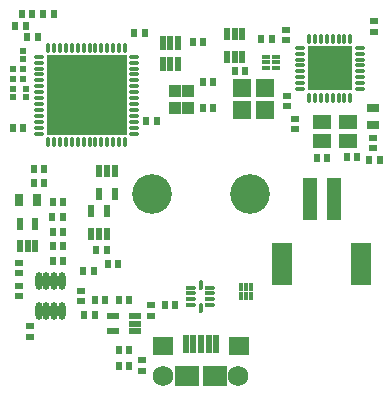
<source format=gts>
%FSLAX24Y24*%
%MOIN*%
G70*
G01*
G75*
G04 Layer_Color=8388736*
%ADD10C,0.0177*%
%ADD11C,0.0100*%
%ADD12R,0.0102X0.0209*%
%ADD13R,0.0102X0.0193*%
%ADD14R,0.0177X0.0177*%
%ADD15R,0.0138X0.0157*%
%ADD16R,0.0236X0.0157*%
%ADD17R,0.0157X0.0236*%
%ADD18R,0.0394X0.1378*%
%ADD19R,0.0591X0.1339*%
%ADD20R,0.0197X0.0354*%
%ADD21R,0.0551X0.0453*%
%ADD22R,0.0335X0.0374*%
%ADD23O,0.0295X0.0079*%
%ADD24O,0.0079X0.0295*%
%ADD25R,0.1417X0.1417*%
%ADD26R,0.0343X0.0343*%
%ADD27R,0.0138X0.0394*%
%ADD28R,0.0157X0.0335*%
%ADD29R,0.2598X0.2598*%
%ADD30O,0.0079X0.0315*%
%ADD31O,0.0315X0.0079*%
%ADD32R,0.0630X0.0551*%
%ADD33R,0.0748X0.0630*%
%ADD34R,0.0157X0.0532*%
%ADD35R,0.0335X0.0157*%
%ADD36O,0.0276X0.0098*%
%ADD37O,0.0098X0.0276*%
%ADD38O,0.0177X0.0532*%
%ADD39R,0.0354X0.0197*%
%ADD40R,0.0217X0.0098*%
%ADD41C,0.0080*%
%ADD42C,0.0200*%
%ADD43C,0.0630*%
%ADD44C,0.1260*%
%ADD45C,0.0260*%
%ADD46C,0.0240*%
%ADD47C,0.0340*%
%ADD48C,0.0300*%
%ADD49C,0.0290*%
%ADD50R,0.0354X0.0276*%
%ADD51O,0.0315X0.0157*%
%ADD52R,0.2362X0.1890*%
%ADD53R,0.0512X0.0217*%
%ADD54R,0.0394X0.0217*%
%ADD55R,0.0197X0.0315*%
%ADD56R,0.1299X0.1299*%
%ADD57O,0.0315X0.0098*%
%ADD58O,0.0098X0.0315*%
%ADD59R,0.0591X0.0236*%
%ADD60R,0.0187X0.0098*%
%ADD61R,0.0098X0.0138*%
%ADD62C,0.0098*%
%ADD63C,0.0039*%
%ADD64C,0.0079*%
%ADD65C,0.0050*%
%ADD66C,0.0040*%
%ADD67R,0.0148X0.0177*%
%ADD68R,0.0162X0.0269*%
%ADD69R,0.0162X0.0253*%
%ADD70R,0.0237X0.0237*%
%ADD71R,0.0198X0.0217*%
%ADD72R,0.0296X0.0217*%
%ADD73R,0.0217X0.0296*%
%ADD74R,0.0454X0.1438*%
%ADD75R,0.0651X0.1399*%
%ADD76R,0.0257X0.0414*%
%ADD77R,0.0611X0.0513*%
%ADD78R,0.0395X0.0434*%
%ADD79O,0.0355X0.0139*%
%ADD80O,0.0139X0.0355*%
%ADD81R,0.1477X0.1477*%
%ADD82R,0.0606X0.0606*%
%ADD83R,0.0198X0.0454*%
%ADD84R,0.0217X0.0395*%
%ADD85R,0.2658X0.2658*%
%ADD86O,0.0139X0.0375*%
%ADD87O,0.0375X0.0139*%
%ADD88R,0.0709X0.0630*%
%ADD89R,0.0827X0.0709*%
%ADD90R,0.0236X0.0610*%
%ADD91R,0.0395X0.0217*%
%ADD92O,0.0336X0.0158*%
%ADD93O,0.0158X0.0336*%
%ADD94O,0.0237X0.0592*%
%ADD95R,0.0414X0.0257*%
%ADD96R,0.0277X0.0158*%
%ADD97C,0.0690*%
%ADD98C,0.1320*%
D68*
X1343Y-3400D02*
D03*
D69*
X1500Y-3408D02*
D03*
X1657D02*
D03*
Y-3112D02*
D03*
X1500D02*
D03*
X1343D02*
D03*
D70*
X-5933Y3833D02*
D03*
X-6267D02*
D03*
X-5933Y4167D02*
D03*
X-6267D02*
D03*
D71*
X-5930Y4758D02*
D03*
Y4482D02*
D03*
X-5840Y3232D02*
D03*
Y3508D02*
D03*
X-6270Y3232D02*
D03*
Y3508D02*
D03*
D72*
X-1960Y-5894D02*
D03*
Y-5540D02*
D03*
X5750Y1513D02*
D03*
Y1867D02*
D03*
X2870Y3277D02*
D03*
Y2923D02*
D03*
X3130Y2507D02*
D03*
Y2153D02*
D03*
X5760Y5393D02*
D03*
Y5747D02*
D03*
X-1660Y-3715D02*
D03*
Y-4070D02*
D03*
X-3990Y-3587D02*
D03*
Y-3233D02*
D03*
X-6060Y-3420D02*
D03*
Y-3066D02*
D03*
Y-2293D02*
D03*
Y-2647D02*
D03*
X-5710Y-4413D02*
D03*
Y-4767D02*
D03*
X2850Y5113D02*
D03*
Y5467D02*
D03*
D73*
X3853Y1200D02*
D03*
X4207D02*
D03*
X5207Y1220D02*
D03*
X4853D02*
D03*
X-1817Y2440D02*
D03*
X-1463D02*
D03*
X-2227Y5350D02*
D03*
X-1873D02*
D03*
X-5267Y6000D02*
D03*
X-4913D02*
D03*
X-5443Y5240D02*
D03*
X-5797D02*
D03*
X-5577Y350D02*
D03*
X-5223D02*
D03*
X-5577Y840D02*
D03*
X-5223D02*
D03*
X-4947Y-270D02*
D03*
X-4593D02*
D03*
X63Y3730D02*
D03*
X417D02*
D03*
Y2850D02*
D03*
X63D02*
D03*
X-3183Y-3540D02*
D03*
X-3537D02*
D03*
X-853Y-3715D02*
D03*
X-1207D02*
D03*
X-2383Y-3540D02*
D03*
X-2737D02*
D03*
X-3537Y-4050D02*
D03*
X-3891D02*
D03*
X-4937Y-2250D02*
D03*
X-4583D02*
D03*
X-3927Y-2570D02*
D03*
X-3573D02*
D03*
X-4583Y-1750D02*
D03*
X-4937D02*
D03*
X-4593Y-1279D02*
D03*
X-4947D02*
D03*
X-4957Y-760D02*
D03*
X-4603D02*
D03*
X-3107Y-2350D02*
D03*
X-2753D02*
D03*
X-3137Y-1860D02*
D03*
X-3491D02*
D03*
X5957Y1120D02*
D03*
X5603D02*
D03*
X-2393Y-5190D02*
D03*
X-2747D02*
D03*
X-2393Y-5750D02*
D03*
X-2747D02*
D03*
X-6277Y2200D02*
D03*
X-5923D02*
D03*
X-5843Y5580D02*
D03*
X-6197D02*
D03*
X-5623Y5980D02*
D03*
X-5977D02*
D03*
X-277Y5050D02*
D03*
X77D02*
D03*
X1477Y4110D02*
D03*
X1123D02*
D03*
X2003Y5170D02*
D03*
X2357D02*
D03*
D74*
X3636Y-160D02*
D03*
X4424D02*
D03*
D75*
X2711Y-2345D02*
D03*
X5349D02*
D03*
D76*
X-6065Y-190D02*
D03*
X-5475D02*
D03*
D77*
X4913Y1765D02*
D03*
X4047D02*
D03*
Y2395D02*
D03*
X4913D02*
D03*
D78*
X-876Y3415D02*
D03*
Y2845D02*
D03*
X-424D02*
D03*
Y3415D02*
D03*
D79*
X5287Y3491D02*
D03*
Y3688D02*
D03*
Y3885D02*
D03*
Y4082D02*
D03*
Y4278D02*
D03*
Y4475D02*
D03*
Y4672D02*
D03*
Y4869D02*
D03*
X3299D02*
D03*
Y4672D02*
D03*
Y4475D02*
D03*
Y4278D02*
D03*
Y3688D02*
D03*
Y3491D02*
D03*
Y4082D02*
D03*
Y3885D02*
D03*
D80*
X4982Y5174D02*
D03*
X4785D02*
D03*
X4588D02*
D03*
X4392D02*
D03*
X4195D02*
D03*
X3998D02*
D03*
X3801D02*
D03*
X3604D02*
D03*
Y3186D02*
D03*
X3801D02*
D03*
X3998D02*
D03*
X4195D02*
D03*
X4392D02*
D03*
X4588D02*
D03*
X4785D02*
D03*
X4982D02*
D03*
D81*
X4293Y4180D02*
D03*
D82*
X1358Y3542D02*
D03*
Y2778D02*
D03*
X2122D02*
D03*
Y3542D02*
D03*
D83*
X-764Y5044D02*
D03*
X-1020D02*
D03*
X-1276D02*
D03*
X-1276Y4336D02*
D03*
X-1020D02*
D03*
X-764D02*
D03*
D84*
X1120Y4576D02*
D03*
X1376Y5324D02*
D03*
X1120D02*
D03*
X864D02*
D03*
Y4576D02*
D03*
X1376D02*
D03*
X-2874Y754D02*
D03*
X-3130D02*
D03*
X-3386D02*
D03*
Y6D02*
D03*
X-2874D02*
D03*
X-6026Y-1750D02*
D03*
X-5770D02*
D03*
X-5514D02*
D03*
Y-1002D02*
D03*
X-6026D02*
D03*
X-3649Y-1324D02*
D03*
X-3393D02*
D03*
X-3137D02*
D03*
Y-576D02*
D03*
X-3649D02*
D03*
D85*
X-3810Y3290D02*
D03*
D86*
X-5090Y4865D02*
D03*
X-4893D02*
D03*
X-4696D02*
D03*
X-4499D02*
D03*
X-4302D02*
D03*
X-4105D02*
D03*
X-3908D02*
D03*
X-3712D02*
D03*
X-3515D02*
D03*
X-3318D02*
D03*
X-3121D02*
D03*
X-2924D02*
D03*
X-2727D02*
D03*
X-2530D02*
D03*
Y1715D02*
D03*
X-2727D02*
D03*
X-2924D02*
D03*
X-3121D02*
D03*
X-3318D02*
D03*
X-3515D02*
D03*
X-3712D02*
D03*
X-3908D02*
D03*
X-4105D02*
D03*
X-4302D02*
D03*
X-4499D02*
D03*
X-4696D02*
D03*
X-4893D02*
D03*
X-5090D02*
D03*
D87*
X-2235Y4570D02*
D03*
Y4373D02*
D03*
Y4176D02*
D03*
Y3979D02*
D03*
Y3388D02*
D03*
Y3192D02*
D03*
Y2995D02*
D03*
Y2798D02*
D03*
Y2601D02*
D03*
Y2404D02*
D03*
Y2207D02*
D03*
Y2010D02*
D03*
X-5385D02*
D03*
Y2207D02*
D03*
Y2404D02*
D03*
Y2601D02*
D03*
Y2798D02*
D03*
Y2995D02*
D03*
Y3192D02*
D03*
Y3388D02*
D03*
Y3585D02*
D03*
Y3782D02*
D03*
Y3979D02*
D03*
Y4176D02*
D03*
Y4373D02*
D03*
Y4570D02*
D03*
X-2235Y3782D02*
D03*
Y3585D02*
D03*
D88*
X-1260Y-5086D02*
D03*
X1260D02*
D03*
D89*
X-472Y-6070D02*
D03*
X472D02*
D03*
D90*
X0Y-5017D02*
D03*
X256D02*
D03*
X512D02*
D03*
X-256D02*
D03*
X-512D02*
D03*
D91*
X-2186Y-4581D02*
D03*
Y-4326D02*
D03*
Y-4070D02*
D03*
X-2934D02*
D03*
Y-4581D02*
D03*
D92*
X315Y-3715D02*
D03*
Y-3518D02*
D03*
Y-3322D02*
D03*
Y-3125D02*
D03*
X-315D02*
D03*
Y-3322D02*
D03*
Y-3518D02*
D03*
Y-3715D02*
D03*
D93*
X0Y-3026D02*
D03*
Y-3814D02*
D03*
D94*
X-4636Y-2918D02*
D03*
X-4892D02*
D03*
X-5148D02*
D03*
X-5404D02*
D03*
X-4636Y-3902D02*
D03*
X-4892D02*
D03*
X-5148D02*
D03*
X-5404D02*
D03*
D95*
X5750Y2875D02*
D03*
Y2285D02*
D03*
D96*
X2183Y4577D02*
D03*
Y4380D02*
D03*
Y4183D02*
D03*
X2517D02*
D03*
Y4380D02*
D03*
Y4577D02*
D03*
D97*
X-1250Y-6070D02*
D03*
X1250D02*
D03*
D98*
X-1634Y0D02*
D03*
X1634D02*
D03*
M02*

</source>
